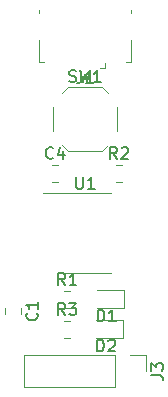
<source format=gbr>
%TF.GenerationSoftware,KiCad,Pcbnew,(5.1.6)-1*%
%TF.CreationDate,2020-06-22T18:51:59+05:30*%
%TF.ProjectId,STM8-Dev-Board-STM8S003F3P6,53544d38-2d44-4657-962d-426f6172642d,rev?*%
%TF.SameCoordinates,Original*%
%TF.FileFunction,Legend,Top*%
%TF.FilePolarity,Positive*%
%FSLAX46Y46*%
G04 Gerber Fmt 4.6, Leading zero omitted, Abs format (unit mm)*
G04 Created by KiCad (PCBNEW (5.1.6)-1) date 2020-06-22 18:51:59*
%MOMM*%
%LPD*%
G01*
G04 APERTURE LIST*
%ADD10C,0.120000*%
%ADD11C,0.150000*%
G04 APERTURE END LIST*
D10*
%TO.C,J1*%
X67400000Y-123682500D02*
X66950000Y-123682500D01*
X67400000Y-121832500D02*
X67400000Y-123682500D01*
X59600000Y-119282500D02*
X59600000Y-119532500D01*
X67400000Y-119282500D02*
X67400000Y-119532500D01*
X59600000Y-121832500D02*
X59600000Y-123682500D01*
X59600000Y-123682500D02*
X60050000Y-123682500D01*
X65200000Y-124232500D02*
X64750000Y-124232500D01*
X65200000Y-124232500D02*
X65200000Y-123782500D01*
%TO.C,SW1*%
X64950000Y-131244000D02*
X65440000Y-130754000D01*
X62050000Y-131244000D02*
X64950000Y-131244000D01*
X62050000Y-131244000D02*
X61560000Y-130754000D01*
X62050000Y-125804000D02*
X64950000Y-125804000D01*
X62050000Y-125804000D02*
X61560000Y-126294000D01*
X66220000Y-129564000D02*
X66220000Y-127484000D01*
X64950000Y-125804000D02*
X65440000Y-126294000D01*
X60780000Y-129564000D02*
X60780000Y-127484000D01*
%TO.C,U1*%
X63500000Y-141561000D02*
X65700000Y-141561000D01*
X63500000Y-141561000D02*
X61300000Y-141561000D01*
X63500000Y-134791000D02*
X65700000Y-134791000D01*
X63500000Y-134791000D02*
X59900000Y-134791000D01*
%TO.C,R3*%
X61717422Y-145594000D02*
X62234578Y-145594000D01*
X61717422Y-147014000D02*
X62234578Y-147014000D01*
%TO.C,R2*%
X66113922Y-132386000D02*
X66631078Y-132386000D01*
X66113922Y-133806000D02*
X66631078Y-133806000D01*
%TO.C,R1*%
X61717422Y-143054000D02*
X62234578Y-143054000D01*
X61717422Y-144474000D02*
X62234578Y-144474000D01*
%TO.C,J3*%
X58360000Y-148530000D02*
X58360000Y-151190000D01*
X66040000Y-148530000D02*
X58360000Y-148530000D01*
X66040000Y-151190000D02*
X58360000Y-151190000D01*
X66040000Y-148530000D02*
X66040000Y-151190000D01*
X67310000Y-148530000D02*
X68640000Y-148530000D01*
X68640000Y-148530000D02*
X68640000Y-149860000D01*
%TO.C,D2*%
X64452500Y-147039000D02*
X66737500Y-147039000D01*
X66737500Y-147039000D02*
X66737500Y-145569000D01*
X66737500Y-145569000D02*
X64452500Y-145569000D01*
%TO.C,D1*%
X64503500Y-144499000D02*
X66788500Y-144499000D01*
X66788500Y-144499000D02*
X66788500Y-143029000D01*
X66788500Y-143029000D02*
X64503500Y-143029000D01*
%TO.C,C4*%
X60701422Y-132386000D02*
X61218578Y-132386000D01*
X60701422Y-133806000D02*
X61218578Y-133806000D01*
%TO.C,C1*%
X58114000Y-144521422D02*
X58114000Y-145038578D01*
X56694000Y-144521422D02*
X56694000Y-145038578D01*
%TO.C,J1*%
D11*
X63166666Y-124484880D02*
X63166666Y-125199166D01*
X63119047Y-125342023D01*
X63023809Y-125437261D01*
X62880952Y-125484880D01*
X62785714Y-125484880D01*
X64166666Y-125484880D02*
X63595238Y-125484880D01*
X63880952Y-125484880D02*
X63880952Y-124484880D01*
X63785714Y-124627738D01*
X63690476Y-124722976D01*
X63595238Y-124770595D01*
%TO.C,SW1*%
X62166666Y-125328761D02*
X62309523Y-125376380D01*
X62547619Y-125376380D01*
X62642857Y-125328761D01*
X62690476Y-125281142D01*
X62738095Y-125185904D01*
X62738095Y-125090666D01*
X62690476Y-124995428D01*
X62642857Y-124947809D01*
X62547619Y-124900190D01*
X62357142Y-124852571D01*
X62261904Y-124804952D01*
X62214285Y-124757333D01*
X62166666Y-124662095D01*
X62166666Y-124566857D01*
X62214285Y-124471619D01*
X62261904Y-124424000D01*
X62357142Y-124376380D01*
X62595238Y-124376380D01*
X62738095Y-124424000D01*
X63071428Y-124376380D02*
X63309523Y-125376380D01*
X63500000Y-124662095D01*
X63690476Y-125376380D01*
X63928571Y-124376380D01*
X64833333Y-125376380D02*
X64261904Y-125376380D01*
X64547619Y-125376380D02*
X64547619Y-124376380D01*
X64452380Y-124519238D01*
X64357142Y-124614476D01*
X64261904Y-124662095D01*
%TO.C,U1*%
X62738095Y-133428380D02*
X62738095Y-134237904D01*
X62785714Y-134333142D01*
X62833333Y-134380761D01*
X62928571Y-134428380D01*
X63119047Y-134428380D01*
X63214285Y-134380761D01*
X63261904Y-134333142D01*
X63309523Y-134237904D01*
X63309523Y-133428380D01*
X64309523Y-134428380D02*
X63738095Y-134428380D01*
X64023809Y-134428380D02*
X64023809Y-133428380D01*
X63928571Y-133571238D01*
X63833333Y-133666476D01*
X63738095Y-133714095D01*
%TO.C,R3*%
X61809333Y-145106380D02*
X61476000Y-144630190D01*
X61237904Y-145106380D02*
X61237904Y-144106380D01*
X61618857Y-144106380D01*
X61714095Y-144154000D01*
X61761714Y-144201619D01*
X61809333Y-144296857D01*
X61809333Y-144439714D01*
X61761714Y-144534952D01*
X61714095Y-144582571D01*
X61618857Y-144630190D01*
X61237904Y-144630190D01*
X62142666Y-144106380D02*
X62761714Y-144106380D01*
X62428380Y-144487333D01*
X62571238Y-144487333D01*
X62666476Y-144534952D01*
X62714095Y-144582571D01*
X62761714Y-144677809D01*
X62761714Y-144915904D01*
X62714095Y-145011142D01*
X62666476Y-145058761D01*
X62571238Y-145106380D01*
X62285523Y-145106380D01*
X62190285Y-145058761D01*
X62142666Y-145011142D01*
%TO.C,R2*%
X66205833Y-131898380D02*
X65872500Y-131422190D01*
X65634404Y-131898380D02*
X65634404Y-130898380D01*
X66015357Y-130898380D01*
X66110595Y-130946000D01*
X66158214Y-130993619D01*
X66205833Y-131088857D01*
X66205833Y-131231714D01*
X66158214Y-131326952D01*
X66110595Y-131374571D01*
X66015357Y-131422190D01*
X65634404Y-131422190D01*
X66586785Y-130993619D02*
X66634404Y-130946000D01*
X66729642Y-130898380D01*
X66967738Y-130898380D01*
X67062976Y-130946000D01*
X67110595Y-130993619D01*
X67158214Y-131088857D01*
X67158214Y-131184095D01*
X67110595Y-131326952D01*
X66539166Y-131898380D01*
X67158214Y-131898380D01*
%TO.C,R1*%
X61809333Y-142566380D02*
X61476000Y-142090190D01*
X61237904Y-142566380D02*
X61237904Y-141566380D01*
X61618857Y-141566380D01*
X61714095Y-141614000D01*
X61761714Y-141661619D01*
X61809333Y-141756857D01*
X61809333Y-141899714D01*
X61761714Y-141994952D01*
X61714095Y-142042571D01*
X61618857Y-142090190D01*
X61237904Y-142090190D01*
X62761714Y-142566380D02*
X62190285Y-142566380D01*
X62476000Y-142566380D02*
X62476000Y-141566380D01*
X62380761Y-141709238D01*
X62285523Y-141804476D01*
X62190285Y-141852095D01*
%TO.C,J3*%
X69092380Y-150193333D02*
X69806666Y-150193333D01*
X69949523Y-150240952D01*
X70044761Y-150336190D01*
X70092380Y-150479047D01*
X70092380Y-150574285D01*
X69092380Y-149812380D02*
X69092380Y-149193333D01*
X69473333Y-149526666D01*
X69473333Y-149383809D01*
X69520952Y-149288571D01*
X69568571Y-149240952D01*
X69663809Y-149193333D01*
X69901904Y-149193333D01*
X69997142Y-149240952D01*
X70044761Y-149288571D01*
X70092380Y-149383809D01*
X70092380Y-149669523D01*
X70044761Y-149764761D01*
X69997142Y-149812380D01*
%TO.C,D2*%
X64514404Y-148186380D02*
X64514404Y-147186380D01*
X64752500Y-147186380D01*
X64895357Y-147234000D01*
X64990595Y-147329238D01*
X65038214Y-147424476D01*
X65085833Y-147614952D01*
X65085833Y-147757809D01*
X65038214Y-147948285D01*
X64990595Y-148043523D01*
X64895357Y-148138761D01*
X64752500Y-148186380D01*
X64514404Y-148186380D01*
X65466785Y-147281619D02*
X65514404Y-147234000D01*
X65609642Y-147186380D01*
X65847738Y-147186380D01*
X65942976Y-147234000D01*
X65990595Y-147281619D01*
X66038214Y-147376857D01*
X66038214Y-147472095D01*
X65990595Y-147614952D01*
X65419166Y-148186380D01*
X66038214Y-148186380D01*
%TO.C,D1*%
X64565404Y-145646380D02*
X64565404Y-144646380D01*
X64803500Y-144646380D01*
X64946357Y-144694000D01*
X65041595Y-144789238D01*
X65089214Y-144884476D01*
X65136833Y-145074952D01*
X65136833Y-145217809D01*
X65089214Y-145408285D01*
X65041595Y-145503523D01*
X64946357Y-145598761D01*
X64803500Y-145646380D01*
X64565404Y-145646380D01*
X66089214Y-145646380D02*
X65517785Y-145646380D01*
X65803500Y-145646380D02*
X65803500Y-144646380D01*
X65708261Y-144789238D01*
X65613023Y-144884476D01*
X65517785Y-144932095D01*
%TO.C,C4*%
X60793333Y-131803142D02*
X60745714Y-131850761D01*
X60602857Y-131898380D01*
X60507619Y-131898380D01*
X60364761Y-131850761D01*
X60269523Y-131755523D01*
X60221904Y-131660285D01*
X60174285Y-131469809D01*
X60174285Y-131326952D01*
X60221904Y-131136476D01*
X60269523Y-131041238D01*
X60364761Y-130946000D01*
X60507619Y-130898380D01*
X60602857Y-130898380D01*
X60745714Y-130946000D01*
X60793333Y-130993619D01*
X61650476Y-131231714D02*
X61650476Y-131898380D01*
X61412380Y-130850761D02*
X61174285Y-131565047D01*
X61793333Y-131565047D01*
%TO.C,C1*%
X59411142Y-144946666D02*
X59458761Y-144994285D01*
X59506380Y-145137142D01*
X59506380Y-145232380D01*
X59458761Y-145375238D01*
X59363523Y-145470476D01*
X59268285Y-145518095D01*
X59077809Y-145565714D01*
X58934952Y-145565714D01*
X58744476Y-145518095D01*
X58649238Y-145470476D01*
X58554000Y-145375238D01*
X58506380Y-145232380D01*
X58506380Y-145137142D01*
X58554000Y-144994285D01*
X58601619Y-144946666D01*
X59506380Y-143994285D02*
X59506380Y-144565714D01*
X59506380Y-144280000D02*
X58506380Y-144280000D01*
X58649238Y-144375238D01*
X58744476Y-144470476D01*
X58792095Y-144565714D01*
%TD*%
M02*

</source>
